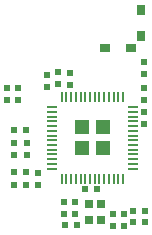
<source format=gbr>
G04 EAGLE Gerber RS-274X export*
G75*
%MOMM*%
%FSLAX34Y34*%
%LPD*%
%INSolderpaste Bottom*%
%IPPOS*%
%AMOC8*
5,1,8,0,0,1.08239X$1,22.5*%
G01*
%ADD10R,0.600000X0.600000*%
%ADD11R,0.900000X0.800000*%
%ADD12R,0.700000X0.750000*%
%ADD13R,0.800000X0.900000*%
%ADD14R,0.809800X0.220000*%
%ADD15R,0.220000X0.809800*%
%ADD16R,1.270000X1.270000*%


D10*
X-61595Y90932D03*
X-71755Y90932D03*
D11*
X27083Y160147D03*
X5683Y160147D03*
D10*
X-60452Y80137D03*
X-60452Y69977D03*
X-71501Y70104D03*
X-71501Y80264D03*
X-34036Y129794D03*
X-34036Y139954D03*
X-61849Y55118D03*
X-72009Y55118D03*
X-61722Y44450D03*
X-71882Y44450D03*
X-51689Y44831D03*
X-51689Y54991D03*
X-24257Y129540D03*
X-24257Y139700D03*
X37973Y138430D03*
X37973Y148590D03*
X38227Y106680D03*
X38227Y96520D03*
X37973Y116205D03*
X37973Y126365D03*
X21082Y20320D03*
X21082Y10160D03*
X-20193Y30480D03*
X-20193Y20320D03*
X-29083Y30480D03*
X-29083Y20320D03*
D12*
X1825Y28721D03*
X1825Y15221D03*
X-8175Y15221D03*
X-8175Y28721D03*
D10*
X-18669Y10668D03*
X-28829Y10668D03*
X12192Y20066D03*
X12192Y9906D03*
X-1016Y40767D03*
X-11176Y40767D03*
X39370Y13335D03*
X29210Y13335D03*
X-68580Y126365D03*
X-68580Y116205D03*
X-77470Y116205D03*
X-77470Y126365D03*
X29210Y22225D03*
X39370Y22225D03*
X-43815Y127635D03*
X-43815Y137795D03*
D13*
X35560Y192310D03*
X35560Y170910D03*
D14*
X-39785Y58328D03*
X-39785Y62328D03*
X-39785Y66328D03*
X-39785Y70328D03*
X-39785Y74328D03*
X-39785Y78328D03*
X-39785Y82328D03*
X-39785Y86328D03*
X-39785Y90328D03*
X-39785Y94328D03*
X-39785Y98328D03*
X-39785Y102328D03*
X-39785Y106328D03*
X-39785Y110328D03*
D15*
X-31334Y118779D03*
X-27334Y118779D03*
X-23334Y118779D03*
X-19334Y118779D03*
X-15334Y118779D03*
X-11334Y118779D03*
X-7334Y118779D03*
X-3334Y118779D03*
X666Y118779D03*
X4666Y118779D03*
X8666Y118779D03*
X12666Y118779D03*
X16666Y118779D03*
X20666Y118779D03*
D14*
X29117Y110328D03*
X29117Y106328D03*
X29117Y102328D03*
X29117Y98328D03*
X29117Y94328D03*
X29117Y90328D03*
X29117Y86328D03*
X29117Y82328D03*
X29117Y78328D03*
X29117Y74328D03*
X29117Y70328D03*
X29117Y66328D03*
X29117Y62328D03*
X29117Y58328D03*
D15*
X20666Y49877D03*
X16666Y49877D03*
X12666Y49877D03*
X8666Y49877D03*
X4666Y49877D03*
X666Y49877D03*
X-3334Y49877D03*
X-7334Y49877D03*
X-11334Y49877D03*
X-15334Y49877D03*
X-19334Y49877D03*
X-23334Y49877D03*
X-27334Y49877D03*
X-31334Y49877D03*
D16*
X-14224Y75438D03*
X3556Y75438D03*
X3556Y93218D03*
X-14224Y93218D03*
M02*

</source>
